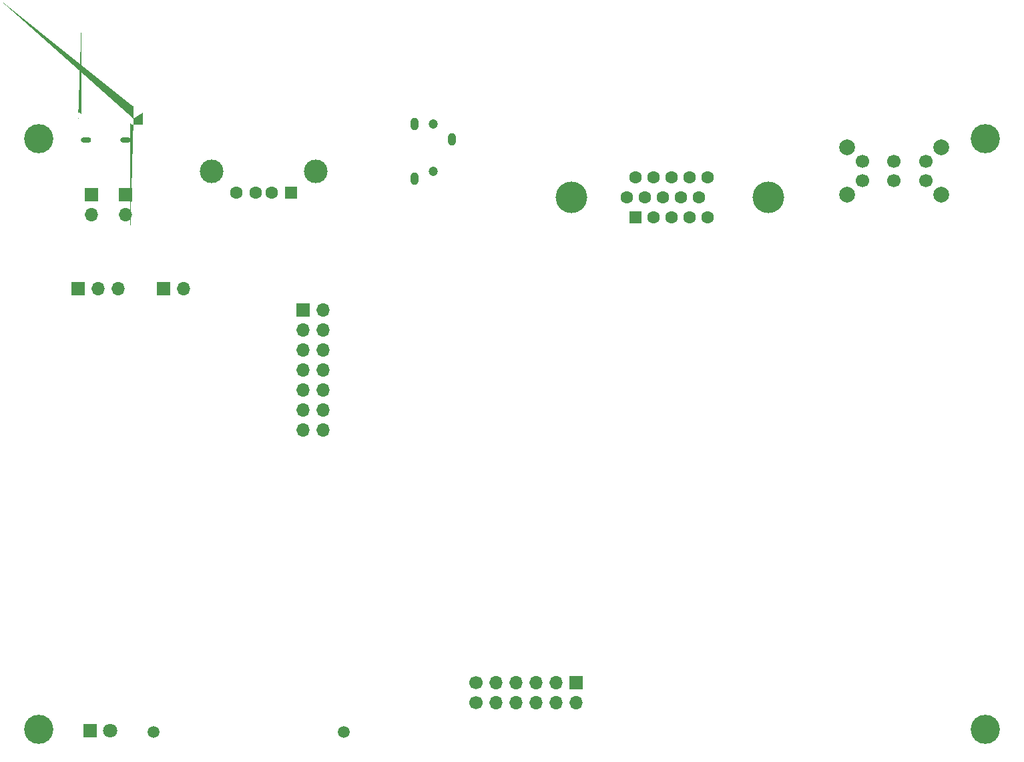
<source format=gbs>
%TF.GenerationSoftware,KiCad,Pcbnew,8.0.4*%
%TF.CreationDate,2024-11-27T13:43:54-08:00*%
%TF.ProjectId,aquarius-plus,61717561-7269-4757-932d-706c75732e6b,1*%
%TF.SameCoordinates,Original*%
%TF.FileFunction,Soldermask,Bot*%
%TF.FilePolarity,Negative*%
%FSLAX46Y46*%
G04 Gerber Fmt 4.6, Leading zero omitted, Abs format (unit mm)*
G04 Created by KiCad (PCBNEW 8.0.4) date 2024-11-27 13:43:54*
%MOMM*%
%LPD*%
G01*
G04 APERTURE LIST*
G04 Aperture macros list*
%AMHorizOval*
0 Thick line with rounded ends*
0 $1 width*
0 $2 $3 position (X,Y) of the first rounded end (center of the circle)*
0 $4 $5 position (X,Y) of the second rounded end (center of the circle)*
0 Add line between two ends*
20,1,$1,$2,$3,$4,$5,0*
0 Add two circle primitives to create the rounded ends*
1,1,$1,$2,$3*
1,1,$1,$4,$5*%
%AMFreePoly0*
4,1,134,1.200354,0.780354,1.200500,0.780000,1.200500,-0.775000,1.200354,-0.775354,1.200000,-0.775500,0.002000,-0.775500,0.001646,-0.775354,0.001500,-0.775000,0.001500,-0.774762,0.000000,-0.775000,-0.001500,-0.774762,-0.001500,-0.775000,-0.001646,-0.775354,-0.002000,-0.775500,-0.002020,-0.775500,-0.027020,-0.774500,-0.027038,-0.774499,-0.053038,-0.772499,-0.053057,-0.772497,-0.079057,-0.769497,
-0.079094,-0.769491,-0.105094,-0.764491,-0.105117,-0.764486,-0.130117,-0.758486,-0.130135,-0.758481,-0.155135,-0.751481,-0.155169,-0.751470,-0.180169,-0.742470,-0.180192,-0.742462,-0.204192,-0.732462,-0.204208,-0.732455,-0.228208,-0.721455,-0.228246,-0.721435,-0.251246,-0.708435,-0.251254,-0.708430,-0.273254,-0.695430,-0.273291,-0.695407,-0.294291,-0.680407,-0.294303,-0.680398,-0.315303,-0.664398,
-0.315324,-0.664381,-0.335324,-0.647381,-0.335344,-0.647363,-0.354344,-0.629363,-0.354363,-0.629344,-0.372363,-0.610344,-0.372381,-0.610324,-0.389381,-0.590324,-0.389398,-0.590303,-0.405398,-0.569303,-0.405407,-0.569291,-0.420407,-0.548291,-0.420430,-0.548254,-0.433430,-0.526254,-0.433435,-0.526246,-0.446435,-0.503246,-0.446455,-0.503208,-0.457455,-0.479208,-0.457462,-0.479192,-0.467462,-0.455192,
-0.467470,-0.455169,-0.476470,-0.430169,-0.476481,-0.430135,-0.483481,-0.405135,-0.483486,-0.405117,-0.489486,-0.380117,-0.489491,-0.380094,-0.494491,-0.354094,-0.494497,-0.354057,-0.497497,-0.328057,-0.497499,-0.328038,-0.499499,-0.302038,-0.499500,-0.302019,-0.500500,-0.275019,-0.500500,0.275019,-0.499500,0.301019,-0.499499,0.301038,-0.497499,0.327038,-0.497497,0.327057,-0.494497,0.353057,
-0.494491,0.353094,-0.489491,0.379094,-0.489486,0.379117,-0.483486,0.404117,-0.483483,0.404130,-0.476483,0.430130,-0.476468,0.430176,-0.467462,0.454192,-0.457462,0.478192,-0.457455,0.478208,-0.446455,0.502208,-0.446435,0.502246,-0.433435,0.525246,-0.433422,0.525268,-0.405422,0.569268,-0.405398,0.569303,-0.389398,0.590303,-0.389381,0.590324,-0.372381,0.610324,-0.372363,0.610344,
-0.354363,0.629344,-0.354344,0.629363,-0.335344,0.647363,-0.335324,0.647381,-0.315324,0.664381,-0.315303,0.664398,-0.294303,0.680398,-0.294268,0.680422,-0.250268,0.708422,-0.250246,0.708435,-0.227246,0.721435,-0.227208,0.721455,-0.203208,0.732455,-0.203192,0.732462,-0.179192,0.742462,-0.155176,0.751468,-0.155130,0.751483,-0.129130,0.758483,-0.129117,0.758486,-0.104117,0.764486,
-0.104094,0.764491,-0.078094,0.769491,-0.078057,0.769497,-0.052057,0.772497,-0.052038,0.772499,-0.026038,0.774499,-0.026019,0.774500,-0.000019,0.775500,1.194500,0.775500,1.194500,0.780000,1.194646,0.780354,1.195000,0.780500,1.200000,0.780500,1.200354,0.780354,1.200354,0.780354,$1*%
%AMFreePoly1*
4,1,134,-0.001646,0.775354,-0.001500,0.775000,-0.001500,0.774762,0.000000,0.775000,0.001500,0.774762,0.001500,0.775000,0.001646,0.775354,0.002000,0.775500,0.002020,0.775500,0.027020,0.774500,0.027038,0.774499,0.053038,0.772499,0.053057,0.772497,0.079057,0.769497,0.079094,0.769491,0.105094,0.764491,0.105117,0.764486,0.130117,0.758486,0.130135,0.758481,0.155135,0.751481,
0.155169,0.751470,0.180169,0.742470,0.180192,0.742462,0.204192,0.732462,0.204208,0.732455,0.228208,0.721455,0.228246,0.721435,0.251246,0.708435,0.251254,0.708430,0.273254,0.695430,0.273291,0.695407,0.294291,0.680407,0.294303,0.680398,0.315303,0.664398,0.315324,0.664381,0.335324,0.647381,0.335344,0.647363,0.354344,0.629363,0.354363,0.629344,0.372363,0.610344,
0.372381,0.610324,0.389381,0.590324,0.389398,0.590303,0.405398,0.569303,0.405407,0.569291,0.420407,0.548291,0.420430,0.548254,0.433430,0.526254,0.433435,0.526246,0.446435,0.503246,0.446455,0.503208,0.457455,0.479208,0.457462,0.479192,0.467462,0.455192,0.467470,0.455169,0.476470,0.430169,0.476481,0.430135,0.483481,0.405135,0.483486,0.405117,0.489486,0.380117,
0.489491,0.380094,0.494491,0.354094,0.494497,0.354057,0.497497,0.328057,0.497499,0.328038,0.499499,0.302038,0.499500,0.302019,0.500500,0.275019,0.500500,-0.275019,0.499500,-0.301019,0.499499,-0.301038,0.497499,-0.327038,0.497497,-0.327057,0.494497,-0.353057,0.494491,-0.353094,0.489491,-0.379094,0.489486,-0.379117,0.483486,-0.404117,0.483483,-0.404130,0.476483,-0.430130,
0.476468,-0.430176,0.467462,-0.454192,0.457462,-0.478192,0.457455,-0.478208,0.446455,-0.502208,0.446435,-0.502246,0.433435,-0.525246,0.433422,-0.525268,0.405422,-0.569268,0.405398,-0.569303,0.389398,-0.590303,0.389381,-0.590324,0.372381,-0.610324,0.372363,-0.610344,0.354363,-0.629344,0.354344,-0.629363,0.335344,-0.647363,0.335324,-0.647381,0.315324,-0.664381,0.315303,-0.664398,
0.294303,-0.680398,0.294268,-0.680422,0.250268,-0.708422,0.250246,-0.708435,0.227246,-0.721435,0.227208,-0.721455,0.203208,-0.732455,0.203192,-0.732462,0.179192,-0.742462,0.155176,-0.751468,0.155130,-0.751483,0.129130,-0.758483,0.129117,-0.758486,0.104117,-0.764486,0.104094,-0.764491,0.078094,-0.769491,0.078057,-0.769497,0.052057,-0.772497,0.052038,-0.772499,0.026038,-0.774499,
0.026019,-0.774500,0.000019,-0.775500,-1.194500,-0.775500,-1.194500,-0.780000,-1.194646,-0.780354,-1.195000,-0.780500,-1.200000,-0.780500,-1.200354,-0.780354,-1.200500,-0.780000,-1.200500,0.775000,-1.200354,0.775354,-1.200000,0.775500,-0.002000,0.775500,-0.001646,0.775354,-0.001646,0.775354,$1*%
G04 Aperture macros list end*
%ADD10R,1.700000X1.700000*%
%ADD11O,1.700000X1.700000*%
%ADD12C,3.700000*%
%ADD13HorizOval,1.700000X0.000000X0.000000X0.000000X0.000000X0*%
%ADD14C,2.000000*%
%ADD15C,1.700000*%
%ADD16FreePoly0,180.000000*%
%ADD17O,1.300000X0.650000*%
%ADD18FreePoly1,180.000000*%
%ADD19C,1.500000*%
%ADD20C,4.000000*%
%ADD21R,1.600000X1.600000*%
%ADD22C,1.600000*%
%ADD23R,1.600000X1.500000*%
%ADD24C,3.000000*%
%ADD25R,1.800000X1.800000*%
%ADD26C,1.800000*%
%ADD27C,1.200000*%
%ADD28O,1.000000X1.600000*%
G04 APERTURE END LIST*
D10*
%TO.C,JP4*%
X97347147Y-53877509D03*
D11*
X99887147Y-53877509D03*
%TD*%
D12*
%TO.C,H4*%
X201542947Y-109870509D03*
%TD*%
%TO.C,H3*%
X81542947Y-109870509D03*
%TD*%
D10*
%TO.C,JP1*%
X88217547Y-42000000D03*
D11*
X88217547Y-44540000D03*
%TD*%
D10*
%TO.C,J7*%
X149702947Y-103950509D03*
D11*
X149702947Y-106490509D03*
X147162947Y-103950509D03*
X147162947Y-106490509D03*
X144622947Y-103950509D03*
X144622947Y-106490509D03*
X142082947Y-103950509D03*
X142082947Y-106490509D03*
X139542947Y-103950509D03*
X139542947Y-106490509D03*
D13*
X137002947Y-103950509D03*
X137002947Y-106490509D03*
%TD*%
D14*
%TO.C,SW1*%
X196000447Y-41953009D03*
X196000447Y-35953009D03*
X184000447Y-41953009D03*
X184000447Y-35953009D03*
D15*
X194000447Y-40203009D03*
X190000447Y-40203009D03*
X186000447Y-40203009D03*
X194000447Y-37703009D03*
X190000447Y-37703009D03*
X186000447Y-37703009D03*
%TD*%
D10*
%TO.C,JP3*%
X86542947Y-53870509D03*
D11*
X89082947Y-53870509D03*
X91622947Y-53870509D03*
%TD*%
D16*
%TO.C,J1*%
X93510099Y-32329978D03*
D17*
X92510099Y-35029978D03*
X87510099Y-35029978D03*
D18*
X86510099Y-32329978D03*
%TD*%
D10*
%TO.C,J5*%
X115002947Y-56630509D03*
D11*
X117542947Y-56630509D03*
X115002947Y-59170509D03*
X117542947Y-59170509D03*
X115002947Y-61710509D03*
X117542947Y-61710509D03*
X115002947Y-64250509D03*
X117542947Y-64250509D03*
X115002947Y-66790509D03*
X117542947Y-66790509D03*
X115002947Y-69330509D03*
X117542947Y-69330509D03*
X115002947Y-71870509D03*
X117542947Y-71870509D03*
%TD*%
D10*
%TO.C,JP2*%
X92500000Y-42000000D03*
D11*
X92500000Y-44540000D03*
%TD*%
D19*
%TO.C,J6*%
X96042947Y-110190509D03*
X120242947Y-110190509D03*
%TD*%
D20*
%TO.C,J4*%
X174037947Y-42300509D03*
X149047947Y-42300509D03*
D21*
X157227947Y-44840509D03*
D22*
X159517947Y-44840509D03*
X161807947Y-44840509D03*
X164097947Y-44840509D03*
X166387947Y-44840509D03*
X156087947Y-42300509D03*
X158377947Y-42300509D03*
X160667947Y-42300509D03*
X162957947Y-42300509D03*
X165247947Y-42300509D03*
X157227947Y-39760509D03*
X159517947Y-39760509D03*
X161807947Y-39760509D03*
X164097947Y-39760509D03*
X166387947Y-39760509D03*
%TD*%
D23*
%TO.C,J2*%
X113542947Y-41730509D03*
D22*
X111042947Y-41730509D03*
X109042947Y-41730509D03*
X106542947Y-41730509D03*
D24*
X116612947Y-39020509D03*
X103472947Y-39020509D03*
%TD*%
D12*
%TO.C,H1*%
X81542947Y-34870509D03*
%TD*%
D25*
%TO.C,D1*%
X88042947Y-110045509D03*
D26*
X90582947Y-110045509D03*
%TD*%
D12*
%TO.C,H2*%
X201542947Y-34870509D03*
%TD*%
D27*
%TO.C,J3*%
X131542947Y-32970509D03*
X131542947Y-38970509D03*
D28*
X133942947Y-34970509D03*
X129142947Y-32970509D03*
X129142947Y-39970509D03*
%TD*%
M02*

</source>
